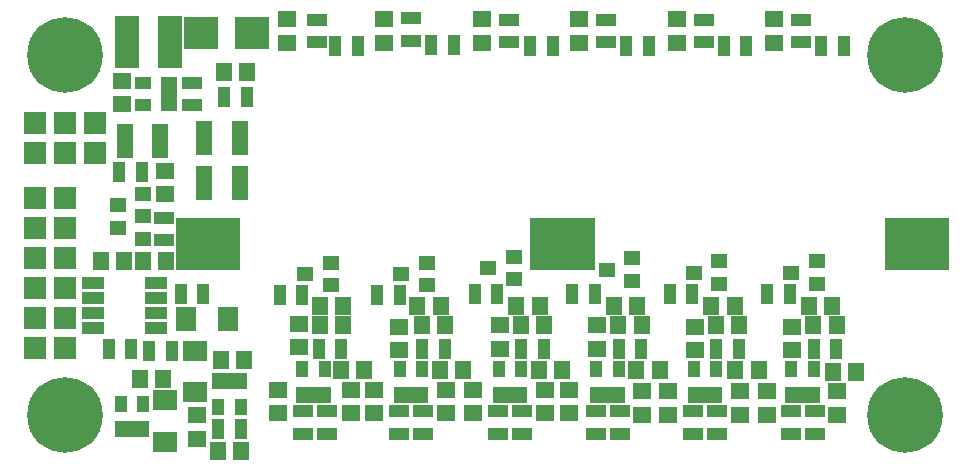
<source format=gbr>
G04 #@! TF.GenerationSoftware,KiCad,Pcbnew,(2017-02-05 revision 431abcf)-makepkg*
G04 #@! TF.CreationDate,2017-11-30T07:51:15+01:00*
G04 #@! TF.ProjectId,PCRD03A,504352443033412E6B696361645F7063,rev?*
G04 #@! TF.FileFunction,Soldermask,Bot*
G04 #@! TF.FilePolarity,Negative*
%FSLAX46Y46*%
G04 Gerber Fmt 4.6, Leading zero omitted, Abs format (unit mm)*
G04 Created by KiCad (PCBNEW (2017-02-05 revision 431abcf)-makepkg) date 11/30/17 07:51:15*
%MOMM*%
%LPD*%
G01*
G04 APERTURE LIST*
%ADD10C,0.100000*%
%ADD11R,5.400000X4.400000*%
%ADD12R,1.400760X1.200100*%
%ADD13R,1.400000X1.650000*%
%ADD14R,1.650000X1.400000*%
%ADD15R,1.700480X2.099260*%
%ADD16R,2.099260X1.700480*%
%ADD17R,1.924000X1.924000*%
%ADD18R,2.000000X4.400000*%
%ADD19R,1.100000X1.700000*%
%ADD20R,1.700000X1.100000*%
%ADD21R,1.050000X1.460000*%
%ADD22R,1.950000X1.000000*%
%ADD23R,1.460000X1.050000*%
%ADD24C,6.400000*%
%ADD25R,1.400000X2.900000*%
%ADD26R,2.900000X2.700000*%
G04 APERTURE END LIST*
D10*
D11*
X57898000Y-51562000D03*
X87898000Y-51562000D03*
D12*
X66083180Y-54102000D03*
X68282820Y-55054500D03*
X68282820Y-53149500D03*
D13*
X69326000Y-56769000D03*
X67326000Y-56769000D03*
D11*
X87870000Y-51562000D03*
X117870000Y-51562000D03*
D14*
X54229000Y-47355000D03*
X54229000Y-45355000D03*
D13*
X61198000Y-36957000D03*
X59198000Y-36957000D03*
D14*
X50546000Y-37735000D03*
X50546000Y-39735000D03*
X63754000Y-63897000D03*
X63754000Y-65897000D03*
D13*
X58944000Y-61341000D03*
X60944000Y-61341000D03*
D14*
X69977000Y-63897000D03*
X69977000Y-65897000D03*
X65532000Y-58309000D03*
X65532000Y-60309000D03*
D13*
X54086000Y-62992000D03*
X52086000Y-62992000D03*
D14*
X64516000Y-32528000D03*
X64516000Y-34528000D03*
D13*
X58690000Y-69088000D03*
X60690000Y-69088000D03*
X69326000Y-58420000D03*
X67326000Y-58420000D03*
D14*
X71882000Y-63897000D03*
X71882000Y-65897000D03*
X77978000Y-63897000D03*
X77978000Y-65897000D03*
X74041000Y-58563000D03*
X74041000Y-60563000D03*
X72771000Y-32528000D03*
X72771000Y-34528000D03*
D13*
X77962000Y-58420000D03*
X75962000Y-58420000D03*
X77581000Y-56769000D03*
X75581000Y-56769000D03*
D14*
X80264000Y-63897000D03*
X80264000Y-65897000D03*
X86360000Y-63897000D03*
X86360000Y-65897000D03*
X82550000Y-58436000D03*
X82550000Y-60436000D03*
X81026000Y-32528000D03*
X81026000Y-34528000D03*
D13*
X86344000Y-58420000D03*
X84344000Y-58420000D03*
X85963000Y-56769000D03*
X83963000Y-56769000D03*
D14*
X88392000Y-63897000D03*
X88392000Y-65897000D03*
X94615000Y-64024000D03*
X94615000Y-66024000D03*
X90805000Y-58436000D03*
X90805000Y-60436000D03*
X89281000Y-32528000D03*
X89281000Y-34528000D03*
D13*
X94599000Y-58420000D03*
X92599000Y-58420000D03*
X94218000Y-56769000D03*
X92218000Y-56769000D03*
D14*
X96774000Y-64024000D03*
X96774000Y-66024000D03*
X102870000Y-64024000D03*
X102870000Y-66024000D03*
X99060000Y-58563000D03*
X99060000Y-60563000D03*
X97536000Y-32528000D03*
X97536000Y-34528000D03*
D13*
X102854000Y-58420000D03*
X100854000Y-58420000D03*
X102473000Y-56769000D03*
X100473000Y-56769000D03*
D15*
X56034940Y-57912000D03*
X59535060Y-57912000D03*
D16*
X54229000Y-64797940D03*
X54229000Y-68298060D03*
X56769000Y-60606940D03*
X56769000Y-64107060D03*
D17*
X48260000Y-41275000D03*
X48260000Y-43815000D03*
X45720000Y-41275000D03*
X45720000Y-43815000D03*
X43180000Y-41275000D03*
X43180000Y-43815000D03*
D18*
X54632000Y-34417000D03*
X51032000Y-34417000D03*
D12*
X74211180Y-54102000D03*
X76410820Y-55054500D03*
X76410820Y-53149500D03*
X81577180Y-53594000D03*
X83776820Y-54546500D03*
X83776820Y-52641500D03*
X91610180Y-53721000D03*
X93809820Y-54673500D03*
X93809820Y-52768500D03*
X98976180Y-53975000D03*
X101175820Y-54927500D03*
X101175820Y-53022500D03*
D19*
X52258000Y-45466000D03*
X50358000Y-45466000D03*
D20*
X54102000Y-51242000D03*
X54102000Y-49342000D03*
D19*
X61148000Y-39116000D03*
X59248000Y-39116000D03*
D20*
X56515000Y-39812000D03*
X56515000Y-37912000D03*
D19*
X49469000Y-60452000D03*
X51369000Y-60452000D03*
D20*
X67945000Y-67625000D03*
X67945000Y-65725000D03*
X67056000Y-34478000D03*
X67056000Y-32578000D03*
D19*
X52898000Y-60579000D03*
X54798000Y-60579000D03*
X70546000Y-34798000D03*
X68646000Y-34798000D03*
D20*
X65913000Y-67625000D03*
X65913000Y-65725000D03*
D19*
X58740000Y-67183000D03*
X60640000Y-67183000D03*
X69149000Y-60452000D03*
X67249000Y-60452000D03*
X57465000Y-55753000D03*
X55565000Y-55753000D03*
X63947000Y-55880000D03*
X65847000Y-55880000D03*
D20*
X76073000Y-67625000D03*
X76073000Y-65725000D03*
X75057000Y-34351000D03*
X75057000Y-32451000D03*
D19*
X78674000Y-34671000D03*
X76774000Y-34671000D03*
D20*
X74041000Y-67625000D03*
X74041000Y-65725000D03*
D19*
X77912000Y-60452000D03*
X76012000Y-60452000D03*
X72202000Y-55880000D03*
X74102000Y-55880000D03*
D20*
X84455000Y-67625000D03*
X84455000Y-65725000D03*
X83312000Y-34478000D03*
X83312000Y-32578000D03*
D19*
X87056000Y-34798000D03*
X85156000Y-34798000D03*
D20*
X82423000Y-67625000D03*
X82423000Y-65725000D03*
D19*
X86294000Y-60452000D03*
X84394000Y-60452000D03*
X80457000Y-55753000D03*
X82357000Y-55753000D03*
D20*
X92710000Y-67625000D03*
X92710000Y-65725000D03*
X91567000Y-34478000D03*
X91567000Y-32578000D03*
D19*
X95184000Y-34798000D03*
X93284000Y-34798000D03*
D20*
X90678000Y-67625000D03*
X90678000Y-65725000D03*
D19*
X94549000Y-60452000D03*
X92649000Y-60452000D03*
X88712000Y-55753000D03*
X90612000Y-55753000D03*
D20*
X100965000Y-67625000D03*
X100965000Y-65725000D03*
X99822000Y-34478000D03*
X99822000Y-32578000D03*
D19*
X103439000Y-34798000D03*
X101539000Y-34798000D03*
D20*
X98933000Y-67625000D03*
X98933000Y-65725000D03*
D19*
X102804000Y-60452000D03*
X100904000Y-60452000D03*
X96967000Y-55753000D03*
X98867000Y-55753000D03*
D21*
X58740000Y-63162000D03*
X59690000Y-63162000D03*
X60640000Y-63162000D03*
X60640000Y-65362000D03*
X58740000Y-65362000D03*
D22*
X53500000Y-54864000D03*
X53500000Y-56134000D03*
X53500000Y-57404000D03*
X53500000Y-58674000D03*
X48100000Y-58674000D03*
X48100000Y-57404000D03*
X48100000Y-56134000D03*
X48100000Y-54864000D03*
D21*
X52385000Y-67267000D03*
X51435000Y-67267000D03*
X50485000Y-67267000D03*
X50485000Y-65067000D03*
X52385000Y-65067000D03*
D23*
X54567000Y-37912000D03*
X54567000Y-38862000D03*
X54567000Y-39812000D03*
X52367000Y-39812000D03*
X52367000Y-37912000D03*
D21*
X67752000Y-64346000D03*
X66802000Y-64346000D03*
X65852000Y-64346000D03*
X65852000Y-62146000D03*
X67752000Y-62146000D03*
X76007000Y-64346000D03*
X75057000Y-64346000D03*
X74107000Y-64346000D03*
X74107000Y-62146000D03*
X76007000Y-62146000D03*
X84389000Y-64346000D03*
X83439000Y-64346000D03*
X82489000Y-64346000D03*
X82489000Y-62146000D03*
X84389000Y-62146000D03*
X92644000Y-64346000D03*
X91694000Y-64346000D03*
X90744000Y-64346000D03*
X90744000Y-62146000D03*
X92644000Y-62146000D03*
X100899000Y-64346000D03*
X99949000Y-64346000D03*
X98999000Y-64346000D03*
X98999000Y-62146000D03*
X100899000Y-62146000D03*
D24*
X116840000Y-66040000D03*
X116840000Y-35560000D03*
X45720000Y-35560000D03*
X45720000Y-66040000D03*
D13*
X54340000Y-52959000D03*
X52340000Y-52959000D03*
D14*
X111125000Y-64024000D03*
X111125000Y-66024000D03*
X105156000Y-64024000D03*
X105156000Y-66024000D03*
X107315000Y-58563000D03*
X107315000Y-60563000D03*
X105791000Y-32528000D03*
X105791000Y-34528000D03*
D13*
X111109000Y-58420000D03*
X109109000Y-58420000D03*
X110728000Y-56769000D03*
X108728000Y-56769000D03*
D12*
X107231180Y-53975000D03*
X109430820Y-54927500D03*
X109430820Y-53022500D03*
D20*
X109220000Y-67625000D03*
X109220000Y-65725000D03*
X108077000Y-34478000D03*
X108077000Y-32578000D03*
D19*
X111694000Y-34798000D03*
X109794000Y-34798000D03*
D20*
X107188000Y-67625000D03*
X107188000Y-65725000D03*
D19*
X111059000Y-60452000D03*
X109159000Y-60452000D03*
X105222000Y-55753000D03*
X107122000Y-55753000D03*
D12*
X50208180Y-48260000D03*
X52407820Y-49212500D03*
X52407820Y-47307500D03*
D21*
X109154000Y-64346000D03*
X108204000Y-64346000D03*
X107254000Y-64346000D03*
X107254000Y-62146000D03*
X109154000Y-62146000D03*
D12*
X50208180Y-50165000D03*
X52407820Y-51117500D03*
X52407820Y-49212500D03*
D14*
X56896000Y-66056000D03*
X56896000Y-68056000D03*
D13*
X48784000Y-52959000D03*
X50784000Y-52959000D03*
X69104000Y-62230000D03*
X71104000Y-62230000D03*
X77486000Y-62230000D03*
X79486000Y-62230000D03*
X85868000Y-62230000D03*
X87868000Y-62230000D03*
X94123000Y-62230000D03*
X96123000Y-62230000D03*
X102505000Y-62230000D03*
X104505000Y-62230000D03*
X110760000Y-62357000D03*
X112760000Y-62357000D03*
D17*
X43180000Y-47625000D03*
X45720000Y-47625000D03*
X43180000Y-50165000D03*
X45720000Y-50165000D03*
X43180000Y-52705000D03*
X45720000Y-52705000D03*
X43180000Y-55245000D03*
X45720000Y-55245000D03*
X43180000Y-57785000D03*
X45720000Y-57785000D03*
X43180000Y-60325000D03*
X45720000Y-60325000D03*
D25*
X50824000Y-42799000D03*
X53824000Y-42799000D03*
X57555000Y-46355000D03*
X60555000Y-46355000D03*
X60555000Y-42545000D03*
X57555000Y-42545000D03*
D26*
X61586000Y-33655000D03*
X57286000Y-33655000D03*
M02*

</source>
